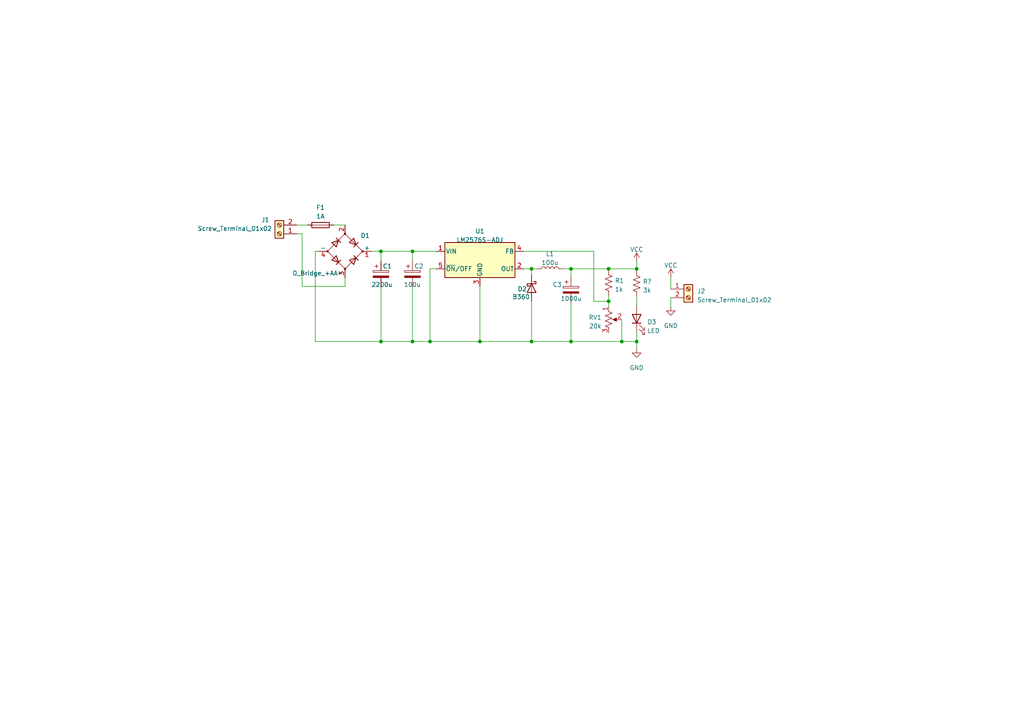
<source format=kicad_sch>
(kicad_sch (version 20230121) (generator eeschema)
  (paper "A4")
  (lib_symbols
    (symbol "Connector:Screw_Terminal_01x02" (pin_names (offset 1.016) hide)
      (property "Reference" "J" (at 0 2.54 0))
      (property "Value" "Screw_Terminal_01x02" (at 0 -5.08 0))
      (symbol "Screw_Terminal_01x02_1_1"
        (rectangle (start -1.27 1.27) (end 1.27 -3.81) (stroke (width 0.254)) (fill (type background)))
        (circle (center 0 -2.54) (radius 0.635) (stroke (width 0.1524)))
        (polyline (pts (xy -0.5334 -2.2098) (xy 0.3302 -3.048)) (stroke (width 0.1524)))
        (polyline (pts (xy -0.5334 0.3302) (xy 0.3302 -0.508)) (stroke (width 0.1524)))
        (polyline (pts (xy -0.3556 -2.032) (xy 0.508 -2.8702)) (stroke (width 0.1524)))
        (polyline (pts (xy -0.3556 0.508) (xy 0.508 -0.3302)) (stroke (width 0.1524)))
        (circle (center 0 0) (radius 0.635) (stroke (width 0.1524)))
        (pin passive line (at -5.08 0 0) (length 3.81) (name "Pin_1") (number "1"))
        (pin passive line (at -5.08 -2.54 0) (length 3.81) (name "Pin_2") (number "2"))
      )
    )
    (symbol "Device:C_Polarized" (pin_numbers hide) (pin_names (offset 0.254))
      (property "Reference" "C" (at 0.635 2.54 0))
      (property "Value" "C_Polarized" (at 0.635 -2.54 0))
      (symbol "C_Polarized_0_1"
        (rectangle (start -2.286 0.508) (end 2.286 1.016))
        (polyline (pts (xy -1.778 2.286) (xy -0.762 2.286)))
        (polyline (pts (xy -1.27 2.794) (xy -1.27 1.778)))
        (rectangle (start 2.286 -0.508) (end -2.286 -1.016) (fill (type outline)))
      )
      (symbol "C_Polarized_1_1"
        (pin passive line (at 0 3.81 270) (length 2.794) (name "~") (number "1"))
        (pin passive line (at 0 -3.81 90) (length 2.794) (name "~") (number "2"))
      )
    )
    (symbol "Device:D_Bridge_+AA-" (pin_names (offset 0))
      (property "Reference" "D" (at 2.54 6.985 0))
      (property "Value" "D_Bridge_+AA-" (at 2.54 5.08 0))
      (symbol "D_Bridge_+AA-_0_1"
        (circle (center -5.08 0) (radius 0.254) (fill (type outline)))
        (circle (center 0 -5.08) (radius 0.254) (fill (type outline)))
        (polyline (pts (xy -2.54 3.81) (xy -1.27 2.54)) (stroke (width 0.254)))
        (polyline (pts (xy -1.27 -2.54) (xy -2.54 -3.81)) (stroke (width 0.254)))
        (polyline (pts (xy 2.54 -1.27) (xy 3.81 -2.54)) (stroke (width 0.254)))
        (polyline (pts (xy 2.54 1.27) (xy 3.81 2.54)) (stroke (width 0.254)))
        (polyline (pts (xy -3.81 2.54) (xy -2.54 1.27) (xy -1.905 3.175) (xy -3.81 2.54)) (stroke (width 0.254)))
        (polyline (pts (xy -2.54 -1.27) (xy -3.81 -2.54) (xy -1.905 -3.175) (xy -2.54 -1.27)) (stroke (width 0.254)))
        (polyline (pts (xy 1.27 2.54) (xy 2.54 3.81) (xy 3.175 1.905) (xy 1.27 2.54)) (stroke (width 0.254)))
        (polyline (pts (xy 3.175 -1.905) (xy 1.27 -2.54) (xy 2.54 -3.81) (xy 3.175 -1.905)) (stroke (width 0.254)))
        (polyline (pts (xy -5.08 0) (xy 0 -5.08) (xy 5.08 0) (xy 0 5.08) (xy -5.08 0)))
        (circle (center 0 5.08) (radius 0.254) (fill (type outline)))
        (circle (center 5.08 0) (radius 0.254) (fill (type outline)))
      )
      (symbol "D_Bridge_+AA-_1_1"
        (pin passive line (at 7.62 0 180) (length 2.54) (name "+") (number "1"))
        (pin passive line (at 0 7.62 270) (length 2.54) (name "~") (number "2"))
        (pin passive line (at 0 -7.62 90) (length 2.54) (name "~") (number "3"))
        (pin passive line (at -7.62 0 0) (length 2.54) (name "-") (number "4"))
      )
    )
    (symbol "Device:Fuse" (pin_numbers hide) (pin_names (offset 0))
      (property "Reference" "F" (at 2.032 0 90))
      (property "Value" "Fuse" (at -1.905 0 90))
      (symbol "Fuse_0_1"
        (rectangle (start -0.762 -2.54) (end 0.762 2.54) (stroke (width 0.254)))
        (polyline (pts (xy 0 2.54) (xy 0 -2.54)))
      )
      (symbol "Fuse_1_1"
        (pin passive line (at 0 3.81 270) (length 1.27) (name "~") (number "1"))
        (pin passive line (at 0 -3.81 90) (length 1.27) (name "~") (number "2"))
      )
    )
    (symbol "Device:L" (pin_numbers hide) (pin_names (offset 1.016) hide)
      (property "Reference" "L" (at -1.27 0 90))
      (property "Value" "L" (at 1.905 0 90))
      (symbol "L_0_1"
        (arc (start 0 -2.54) (mid 0.6323 -1.905) (end 0 -1.27))
        (arc (start 0 -1.27) (mid 0.6323 -0.635) (end 0 0))
        (arc (start 0 0) (mid 0.6323 0.635) (end 0 1.27))
        (arc (start 0 1.27) (mid 0.6323 1.905) (end 0 2.54))
      )
      (symbol "L_1_1"
        (pin passive line (at 0 3.81 270) (length 1.27) (name "1") (number "1"))
        (pin passive line (at 0 -3.81 90) (length 1.27) (name "2") (number "2"))
      )
    )
    (symbol "Device:LED" (pin_numbers hide) (pin_names (offset 1.016) hide)
      (property "Reference" "D" (at 0 2.54 0))
      (property "Value" "LED" (at 0 -2.54 0))
      (symbol "LED_0_1"
        (polyline (pts (xy -1.27 -1.27) (xy -1.27 1.27)) (stroke (width 0.254)))
        (polyline (pts (xy -1.27 0) (xy 1.27 0)))
        (polyline (pts (xy 1.27 -1.27) (xy 1.27 1.27) (xy -1.27 0) (xy 1.27 -1.27)) (stroke (width 0.254)))
        (polyline (pts (xy -3.048 -0.762) (xy -4.572 -2.286) (xy -3.81 -2.286) (xy -4.572 -2.286) (xy -4.572 -1.524)))
        (polyline (pts (xy -1.778 -0.762) (xy -3.302 -2.286) (xy -2.54 -2.286) (xy -3.302 -2.286) (xy -3.302 -1.524)))
      )
      (symbol "LED_1_1"
        (pin passive line (at -3.81 0 0) (length 2.54) (name "K") (number "1"))
        (pin passive line (at 3.81 0 180) (length 2.54) (name "A") (number "2"))
      )
    )
    (symbol "Device:R_Potentiometer_US" (pin_names (offset 1.016) hide)
      (property "Reference" "RV" (at -4.445 0 90))
      (property "Value" "R_Potentiometer_US" (at -2.54 0 90))
      (symbol "R_Potentiometer_US_0_1"
        (polyline (pts (xy 0 -2.286) (xy 0 -2.54)))
        (polyline (pts (xy 0 2.54) (xy 0 2.286)))
        (polyline (pts (xy 2.54 0) (xy 1.524 0)))
        (polyline (pts (xy 1.143 0) (xy 2.286 0.508) (xy 2.286 -0.508) (xy 1.143 0)) (fill (type outline)))
        (polyline (pts (xy 0 -0.762) (xy 1.016 -1.143) (xy 0 -1.524) (xy -1.016 -1.905) (xy 0 -2.286)))
        (polyline (pts (xy 0 0.762) (xy 1.016 0.381) (xy 0 0) (xy -1.016 -0.381) (xy 0 -0.762)))
        (polyline (pts (xy 0 2.286) (xy 1.016 1.905) (xy 0 1.524) (xy -1.016 1.143) (xy 0 0.762)))
      )
      (symbol "R_Potentiometer_US_1_1"
        (pin passive line (at 0 3.81 270) (length 1.27) (name "1") (number "1"))
        (pin passive line (at 3.81 0 180) (length 1.27) (name "2") (number "2"))
        (pin passive line (at 0 -3.81 90) (length 1.27) (name "3") (number "3"))
      )
    )
    (symbol "Device:R_US" (pin_numbers hide) (pin_names (offset 0))
      (property "Reference" "R" (at 2.54 0 90))
      (property "Value" "R_US" (at -2.54 0 90))
      (symbol "R_US_0_1"
        (polyline (pts (xy 0 -2.286) (xy 0 -2.54)))
        (polyline (pts (xy 0 2.286) (xy 0 2.54)))
        (polyline (pts (xy 0 -0.762) (xy 1.016 -1.143) (xy 0 -1.524) (xy -1.016 -1.905) (xy 0 -2.286)))
        (polyline (pts (xy 0 0.762) (xy 1.016 0.381) (xy 0 0) (xy -1.016 -0.381) (xy 0 -0.762)))
        (polyline (pts (xy 0 2.286) (xy 1.016 1.905) (xy 0 1.524) (xy -1.016 1.143) (xy 0 0.762)))
      )
      (symbol "R_US_1_1"
        (pin passive line (at 0 3.81 270) (length 1.27) (name "~") (number "1"))
        (pin passive line (at 0 -3.81 90) (length 1.27) (name "~") (number "2"))
      )
    )
    (symbol "Diode:B360" (pin_numbers hide) (pin_names (offset 1.016) hide)
      (property "Reference" "D" (at 0 2.54 0))
      (property "Value" "B360" (at 0 -2.54 0))
      (symbol "B360_0_1"
        (polyline (pts (xy 1.27 0) (xy -1.27 0)))
        (polyline (pts (xy 1.27 1.27) (xy 1.27 -1.27) (xy -1.27 0) (xy 1.27 1.27)) (stroke (width 0.254)))
        (polyline (pts (xy -1.905 0.635) (xy -1.905 1.27) (xy -1.27 1.27) (xy -1.27 -1.27) (xy -0.635 -1.27) (xy -0.635 -0.635)) (stroke (width 0.254)))
      )
      (symbol "B360_1_1"
        (pin passive line (at -3.81 0 0) (length 2.54) (name "K") (number "1"))
        (pin passive line (at 3.81 0 180) (length 2.54) (name "A") (number "2"))
      )
    )
    (symbol "Regulator_Switching:LM2576S-ADJ" (pin_names (offset 0.254))
      (property "Reference" "U" (at -10.16 6.35 0))
      (property "Value" "LM2576S-ADJ" (at 0 6.35 0))
      (symbol "LM2576S-ADJ_0_1"
        (rectangle (start -10.16 5.08) (end 10.16 -5.08) (stroke (width 0.254)) (fill (type background)))
      )
      (symbol "LM2576S-ADJ_1_1"
        (pin power_in line (at -12.7 2.54 0) (length 2.54) (name "VIN") (number "1"))
        (pin output line (at 12.7 -2.54 180) (length 2.54) (name "OUT") (number "2"))
        (pin power_in line (at 0 -7.62 90) (length 2.54) (name "GND") (number "3"))
        (pin input line (at 12.7 2.54 180) (length 2.54) (name "FB") (number "4"))
        (pin input line (at -12.7 -2.54 0) (length 2.54) (name "~{ON}/OFF") (number "5"))
      )
    )
    (symbol "power:GND" (power) (pin_names (offset 0))
      (property "Value" "GND" (at 0 -3.81 0))
      (symbol "GND_0_1"
        (polyline (pts (xy 0 0) (xy 0 -1.27) (xy 1.27 -1.27) (xy 0 -2.54) (xy -1.27 -1.27) (xy 0 -1.27)))
      )
      (symbol "GND_1_1"
        (pin power_in line (at 0 0 270) (length 0) hide (name "GND") (number "1"))
      )
    )
    (symbol "power:VCC" (power) (pin_names (offset 0))
      (property "Value" "VCC" (at 0 3.81 0))
      (symbol "VCC_0_1"
        (polyline (pts (xy -0.762 1.27) (xy 0 2.54)))
        (polyline (pts (xy 0 0) (xy 0 2.54)))
        (polyline (pts (xy 0 2.54) (xy 0.762 1.27)))
      )
      (symbol "VCC_1_1"
        (pin power_in line (at 0 0 90) (length 0) hide (name "VCC") (number "1"))
      )
    )
  )
  (junction (at 139.192 99.06))
  (junction (at 110.49 99.06))
  (junction (at 184.658 99.06))
  (junction (at 124.714 99.06))
  (junction (at 180.34 99.06))
  (junction (at 119.634 99.06))
  (junction (at 154.178 99.06))
  (junction (at 154.178 77.978))
  (junction (at 184.658 77.978))
  (junction (at 176.53 77.978))
  (junction (at 176.53 87.376))
  (junction (at 110.49 72.898))
  (junction (at 165.608 77.978))
  (junction (at 165.608 99.06))
  (junction (at 119.634 72.898))
  (wire (pts (xy 172.212 87.376) (xy 172.212 72.898)))
  (wire (pts (xy 176.53 87.376) (xy 172.212 87.376)))
  (wire (pts (xy 176.53 78.232) (xy 176.53 77.978)))
  (wire (pts (xy 100.076 80.518) (xy 100.076 83.058)))
  (wire (pts (xy 163.322 77.978) (xy 165.608 77.978)))
  (wire (pts (xy 165.608 77.978) (xy 165.608 80.264)))
  (wire (pts (xy 184.658 75.946) (xy 184.658 77.978)))
  (wire (pts (xy 126.492 77.978) (xy 124.714 77.978)))
  (wire (pts (xy 119.634 72.898) (xy 119.634 75.692)))
  (wire (pts (xy 172.212 72.898) (xy 151.892 72.898)))
  (wire (pts (xy 180.34 99.06) (xy 184.658 99.06)))
  (wire (pts (xy 194.564 80.518) (xy 194.564 83.82)))
  (wire (pts (xy 96.774 65.278) (xy 100.076 65.278)))
  (wire (pts (xy 176.53 77.978) (xy 184.658 77.978)))
  (wire (pts (xy 110.49 99.06) (xy 119.634 99.06)))
  (wire (pts (xy 91.44 99.06) (xy 110.49 99.06)))
  (wire (pts (xy 184.658 96.266) (xy 184.658 99.06)))
  (wire (pts (xy 139.192 83.058) (xy 139.192 99.06)))
  (wire (pts (xy 154.178 99.06) (xy 165.608 99.06)))
  (wire (pts (xy 154.178 77.978) (xy 154.178 79.756)))
  (wire (pts (xy 87.63 67.818) (xy 87.63 83.058)))
  (wire (pts (xy 87.63 67.818) (xy 86.106 67.818)))
  (wire (pts (xy 154.178 87.376) (xy 154.178 99.06)))
  (wire (pts (xy 92.456 72.898) (xy 91.44 72.898)))
  (wire (pts (xy 184.658 99.06) (xy 184.658 101.092)))
  (wire (pts (xy 180.34 92.71) (xy 180.34 99.06)))
  (wire (pts (xy 91.44 72.898) (xy 91.44 99.06)))
  (wire (pts (xy 165.608 77.978) (xy 176.53 77.978)))
  (wire (pts (xy 184.658 77.978) (xy 184.658 78.486)))
  (wire (pts (xy 124.714 77.978) (xy 124.714 99.06)))
  (wire (pts (xy 139.192 99.06) (xy 154.178 99.06)))
  (wire (pts (xy 119.634 72.898) (xy 126.492 72.898)))
  (wire (pts (xy 124.714 99.06) (xy 139.192 99.06)))
  (wire (pts (xy 165.608 87.884) (xy 165.608 99.06)))
  (wire (pts (xy 86.106 65.278) (xy 89.154 65.278)))
  (wire (pts (xy 87.63 83.058) (xy 100.076 83.058)))
  (wire (pts (xy 151.892 77.978) (xy 154.178 77.978)))
  (wire (pts (xy 107.696 72.898) (xy 110.49 72.898)))
  (wire (pts (xy 165.608 99.06) (xy 180.34 99.06)))
  (wire (pts (xy 119.634 83.312) (xy 119.634 99.06)))
  (wire (pts (xy 176.53 85.852) (xy 176.53 87.376)))
  (wire (pts (xy 194.564 86.36) (xy 194.564 88.9)))
  (wire (pts (xy 119.634 99.06) (xy 124.714 99.06)))
  (wire (pts (xy 154.178 77.978) (xy 155.702 77.978)))
  (wire (pts (xy 110.49 72.898) (xy 119.634 72.898)))
  (wire (pts (xy 110.49 83.312) (xy 110.49 99.06)))
  (wire (pts (xy 176.53 87.376) (xy 176.53 88.9)))
  (wire (pts (xy 184.658 86.106) (xy 184.658 88.646)))
  (wire (pts (xy 110.49 72.898) (xy 110.49 75.692)))
  (symbol (lib_id "power:GND") (at 184.658 101.092 0) (unit 1)
    (property "Reference" "#PWR01" (effects hide))
    (property "Value" "GND" (at 184.658 106.68 0))
  )
  (symbol (lib_id "Device:R_US") (at 176.53 82.042 0) (unit 1)
    (property "Reference" "R1" (at 178.308 81.407 0) (effects (justify left)))
    (property "Value" "1k" (at 178.308 83.947 0) (effects (justify left)))
  )
  (symbol (lib_id "Device:C_Polarized") (at 165.608 84.074 0) (unit 1)
    (property "Reference" "C3" (at 160.274 82.55 0) (effects (justify left)))
    (property "Value" "1000u" (at 162.56 86.614 0) (effects (justify left)))
  )
  (symbol (lib_id "Device:C_Polarized") (at 110.49 79.502 0) (unit 1)
    (property "Reference" "C1" (at 110.998 77.216 0) (effects (justify left)))
    (property "Value" "2200u" (at 107.696 82.55 0) (effects (justify left)))
  )
  (symbol (lib_id "Connector:Screw_Terminal_01x02") (at 81.026 67.818 180) (unit 1)
    (property "Reference" "J1" (at 76.962 63.754 0))
    (property "Value" "Screw_Terminal_01x02" (at 68.072 66.294 0))
  )
  (symbol (lib_id "Connector:Screw_Terminal_01x02") (at 199.644 83.82 0) (unit 1)
    (property "Reference" "J2" (at 202.184 84.455 0) (effects (justify left)))
    (property "Value" "Screw_Terminal_01x02" (at 202.184 86.995 0) (effects (justify left)))
  )
  (symbol (lib_id "Device:L") (at 159.512 77.978 90) (unit 1)
    (property "Reference" "L1" (at 159.512 73.66 90))
    (property "Value" "100u" (at 159.512 76.2 90))
  )
  (symbol (lib_id "power:VCC") (at 194.564 80.518 0) (unit 1)
    (property "Reference" "#PWR03" (effects hide))
    (property "Value" "VCC" (at 194.564 76.962 0))
  )
  (symbol (lib_id "Device:R_US") (at 184.658 82.296 0) (unit 1)
    (property "Reference" "R?" (at 186.436 81.661 0) (effects (justify left)))
    (property "Value" "3k" (at 186.436 84.201 0) (effects (justify left)))
  )
  (symbol (lib_id "Device:R_Potentiometer_US") (at 176.53 92.71 0) (unit 1)
    (property "Reference" "RV1" (at 174.498 92.075 0) (effects (justify right)))
    (property "Value" "20k" (at 174.498 94.615 0) (effects (justify right)))
  )
  (symbol (lib_id "Device:Fuse") (at 92.964 65.278 90) (unit 1)
    (property "Reference" "F1" (at 92.964 60.198 90))
    (property "Value" "1A" (at 92.964 62.738 90))
  )
  (symbol (lib_id "Device:C_Polarized") (at 119.634 79.502 0) (unit 1)
    (property "Reference" "C2" (at 120.142 77.216 0) (effects (justify left)))
    (property "Value" "100u" (at 117.094 82.55 0) (effects (justify left)))
  )
  (symbol (lib_id "power:GND") (at 194.564 88.9 0) (unit 1)
    (property "Reference" "#PWR04" (effects hide))
    (property "Value" "GND" (at 194.564 94.488 0))
  )
  (symbol (lib_id "Device:D_Bridge_+AA-") (at 100.076 72.898 0) (unit 1)
    (property "Reference" "D1" (at 105.918 68.326 0))
    (property "Value" "D_Bridge_+AA-" (at 92.202 79.248 0))
    (property "Footprint" "Diode_SMD:Diode_Bridge_Bourns_CD-DF4xxS" (effects hide))
  )
  (symbol (lib_id "Diode:B360") (at 154.178 83.566 270) (unit 1)
    (property "Reference" "D2" (at 150.114 83.82 90) (effects (justify left)))
    (property "Value" "B360" (at 148.59 86.106 90) (effects (justify left)))
    (property "Footprint" "Diode_THT:D_DO-201AD_P15.24mm_Horizontal" (effects hide))
    (property "Datasheet" "http://www.jameco.com/Jameco/Products/ProdDS/1538777.pdf" (effects hide))
  )
  (symbol (lib_id "Regulator_Switching:LM2576S-ADJ") (at 139.192 75.438 0) (unit 1)
    (property "Reference" "U1" (at 139.192 67.056 0))
    (property "Value" "LM2576S-ADJ" (at 139.192 69.596 0))
    (property "Footprint" "Package_TO_SOT_SMD:TO-263-5_TabPin3" (effects hide))
    (property "Datasheet" "http://www.ti.com/lit/ds/symlink/lm2576.pdf" (effects hide))
  )
  (symbol (lib_id "Device:LED") (at 184.658 92.456 90) (unit 1)
    (property "Reference" "D3" (at 187.706 93.4085 90) (effects (justify right)))
    (property "Value" "LED" (at 187.706 95.9485 90) (effects (justify right)))
  )
  (symbol (lib_id "power:VCC") (at 184.658 75.946 0) (unit 1)
    (property "Reference" "#PWR02" (effects hide))
    (property "Value" "VCC" (at 184.658 72.39 0))
  )
)
</source>
